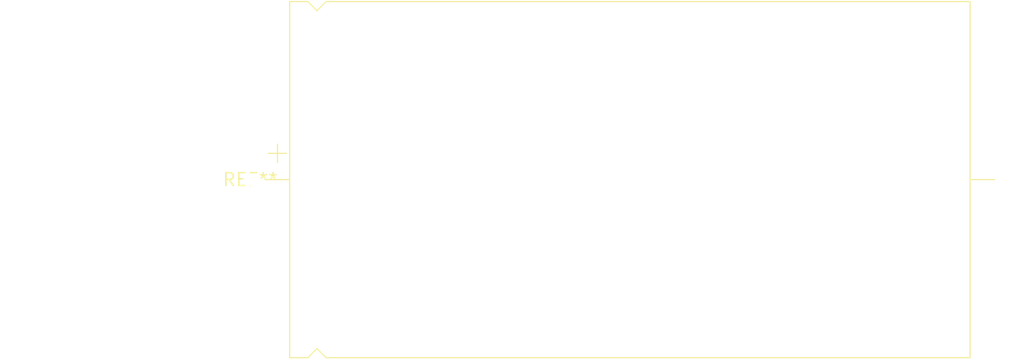
<source format=kicad_pcb>
(kicad_pcb (version 20240108) (generator pcbnew)
  (layers (0 "F.Cu" signal) (31 "B.Cu" signal) (34 "B.Paste" user) (35 "F.Paste" user) (36 "B.SilkS" user "B.Silkscreen") (37 "F.SilkS" user "F.Silkscreen") (38 "B.Mask" user) (39 "F.Mask" user) (44 "Edge.Cuts" user))
  (net 0 "")
  (footprint "CP_Axial_L67.0mm_D35.0mm_P75.00mm_Horizontal" (layer "F.Cu") (at 0 0)
    (property "Reference" "REF**")
    (property "Value" "CP_Axial_L67.0mm_D35.0mm_P75.00mm_Horizontal")
    (fp_line (start 1.44 0) (end 3.88 0) (layer "F.SilkS") (stroke (width 0.12)))
    (fp_line (start 1.78 -2.6) (end 3.58 -2.6) (layer "F.SilkS") (stroke (width 0.12)))
    (fp_line (start 2.68 -3.5) (end 2.68 -1.7) (layer "F.SilkS") (stroke (width 0.12)))
    (fp_line (start 3.88 -17.62) (end 3.88 17.62) (layer "F.SilkS") (stroke (width 0.12)))
    (fp_line (start 3.88 -17.62) (end 5.68 -17.62) (layer "F.SilkS") (stroke (width 0.12)))
    (fp_line (start 3.88 17.62) (end 5.68 17.62) (layer "F.SilkS") (stroke (width 0.12)))
    (fp_line (start 5.68 -17.62) (end 6.58 -16.72) (layer "F.SilkS") (stroke (width 0.12)))
    (fp_line (start 5.68 17.62) (end 6.58 16.72) (layer "F.SilkS") (stroke (width 0.12)))
    (fp_line (start 6.58 -16.72) (end 7.48 -17.62) (layer "F.SilkS") (stroke (width 0.12)))
    (fp_line (start 6.58 16.72) (end 7.48 17.62) (layer "F.SilkS") (stroke (width 0.12)))
    (fp_line (start 7.48 -17.62) (end 71.12 -17.62) (layer "F.SilkS") (stroke (width 0.12)))
    (fp_line (start 7.48 17.62) (end 71.12 17.62) (layer "F.SilkS") (stroke (width 0.12)))
    (fp_line (start 71.12 -17.62) (end 71.12 17.62) (layer "F.SilkS") (stroke (width 0.12)))
    (fp_line (start 73.56 0) (end 71.12 0) (layer "F.SilkS") (stroke (width 0.12)))
    (pad "1" thru_hole rect (at 0 0) (size 2.4 2.4) (drill 1.2) (layers *.Cu *.Mask) (remove_unused_layers))
    (pad "2" thru_hole oval (at 75 0) (size 2.4 2.4) (drill 1.2) (layers *.Cu *.Mask) (remove_unused_layers))
  )
)
</source>
